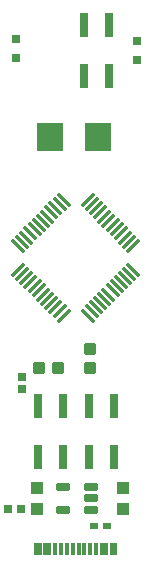
<source format=gbr>
%TF.GenerationSoftware,Altium Limited,Altium Designer,22.10.1 (41)*%
G04 Layer_Color=8421504*
%FSLAX45Y45*%
%MOMM*%
%TF.SameCoordinates,F1D13F34-3715-448E-B12D-83C564530F5A*%
%TF.FilePolarity,Positive*%
%TF.FileFunction,Paste,Top*%
%TF.Part,Single*%
G01*
G75*
%TA.AperFunction,SMDPad,CuDef*%
%ADD11R,2.20000X2.40000*%
G04:AMPARAMS|DCode=12|XSize=0.67mm|YSize=1.17mm|CornerRadius=0.0402mm|HoleSize=0mm|Usage=FLASHONLY|Rotation=90.000|XOffset=0mm|YOffset=0mm|HoleType=Round|Shape=RoundedRectangle|*
%AMROUNDEDRECTD12*
21,1,0.67000,1.08960,0,0,90.0*
21,1,0.58960,1.17000,0,0,90.0*
1,1,0.08040,0.54480,0.29480*
1,1,0.08040,0.54480,-0.29480*
1,1,0.08040,-0.54480,-0.29480*
1,1,0.08040,-0.54480,0.29480*
%
%ADD12ROUNDEDRECTD12*%
%TA.AperFunction,ConnectorPad*%
%ADD13R,0.30000X1.14000*%
%TA.AperFunction,SMDPad,CuDef*%
%ADD14R,0.70000X0.50000*%
%ADD15R,0.80000X0.80000*%
G04:AMPARAMS|DCode=16|XSize=1.49mm|YSize=0.28mm|CornerRadius=0.035mm|HoleSize=0mm|Usage=FLASHONLY|Rotation=315.000|XOffset=0mm|YOffset=0mm|HoleType=Round|Shape=RoundedRectangle|*
%AMROUNDEDRECTD16*
21,1,1.49000,0.21000,0,0,315.0*
21,1,1.42000,0.28000,0,0,315.0*
1,1,0.07000,0.42780,-0.57629*
1,1,0.07000,-0.57629,0.42780*
1,1,0.07000,-0.42780,0.57629*
1,1,0.07000,0.57629,-0.42780*
%
%ADD16ROUNDEDRECTD16*%
G04:AMPARAMS|DCode=17|XSize=1.49mm|YSize=0.28mm|CornerRadius=0.035mm|HoleSize=0mm|Usage=FLASHONLY|Rotation=45.000|XOffset=0mm|YOffset=0mm|HoleType=Round|Shape=RoundedRectangle|*
%AMROUNDEDRECTD17*
21,1,1.49000,0.21000,0,0,45.0*
21,1,1.42000,0.28000,0,0,45.0*
1,1,0.07000,0.57629,0.42780*
1,1,0.07000,-0.42780,-0.57629*
1,1,0.07000,-0.57629,-0.42780*
1,1,0.07000,0.42780,0.57629*
%
%ADD17ROUNDEDRECTD17*%
G04:AMPARAMS|DCode=18|XSize=0.94mm|YSize=1.02mm|CornerRadius=0.094mm|HoleSize=0mm|Usage=FLASHONLY|Rotation=0.000|XOffset=0mm|YOffset=0mm|HoleType=Round|Shape=RoundedRectangle|*
%AMROUNDEDRECTD18*
21,1,0.94000,0.83200,0,0,0.0*
21,1,0.75200,1.02000,0,0,0.0*
1,1,0.18800,0.37600,-0.41600*
1,1,0.18800,-0.37600,-0.41600*
1,1,0.18800,-0.37600,0.41600*
1,1,0.18800,0.37600,0.41600*
%
%ADD18ROUNDEDRECTD18*%
G04:AMPARAMS|DCode=19|XSize=0.94mm|YSize=1.02mm|CornerRadius=0.094mm|HoleSize=0mm|Usage=FLASHONLY|Rotation=90.000|XOffset=0mm|YOffset=0mm|HoleType=Round|Shape=RoundedRectangle|*
%AMROUNDEDRECTD19*
21,1,0.94000,0.83200,0,0,90.0*
21,1,0.75200,1.02000,0,0,90.0*
1,1,0.18800,0.41600,0.37600*
1,1,0.18800,0.41600,-0.37600*
1,1,0.18800,-0.41600,-0.37600*
1,1,0.18800,-0.41600,0.37600*
%
%ADD19ROUNDEDRECTD19*%
%ADD20R,1.00000X1.10000*%
%ADD21R,0.65000X2.00000*%
D11*
X4199698Y5467099D02*
D03*
X3799698D02*
D03*
D12*
X4146500Y2312000D02*
D03*
Y2406000D02*
D03*
Y2500000D02*
D03*
X3902500D02*
D03*
Y2312000D02*
D03*
D13*
X3938200Y1980600D02*
D03*
X3888200D02*
D03*
X3988200D02*
D03*
X4348200D02*
D03*
X4318200D02*
D03*
X4268200D02*
D03*
X4238200D02*
D03*
X4188200D02*
D03*
X4138200D02*
D03*
X4088200D02*
D03*
X4038200D02*
D03*
X3678200D02*
D03*
X3708200D02*
D03*
X3758200D02*
D03*
X3788200D02*
D03*
X3838200D02*
D03*
D14*
X4280900Y2176200D02*
D03*
X4170900D02*
D03*
D15*
X3547500Y2315000D02*
D03*
X3557500Y3437500D02*
D03*
X3442500Y2315000D02*
D03*
X3504425Y6132249D02*
D03*
Y6297249D02*
D03*
X4536923Y6117250D02*
D03*
Y6282250D02*
D03*
X3557500Y3335000D02*
D03*
D16*
X3700981Y4721433D02*
D03*
X3559560Y4580012D02*
D03*
X3594915Y4615367D02*
D03*
X3630271Y4650722D02*
D03*
X3665626Y4686078D02*
D03*
X3736337Y4756789D02*
D03*
X3771692Y4792144D02*
D03*
X3807048Y4827499D02*
D03*
X3842403Y4862854D02*
D03*
X3877758Y4898210D02*
D03*
X3913113Y4933565D02*
D03*
X3524205Y4544656D02*
D03*
X4113932Y3954930D02*
D03*
X4149287Y3990285D02*
D03*
X4184642Y4025640D02*
D03*
X4219998Y4060995D02*
D03*
X4255353Y4096351D02*
D03*
X4290708Y4131706D02*
D03*
X4326064Y4167062D02*
D03*
X4361419Y4202417D02*
D03*
X4396774Y4237772D02*
D03*
X4432130Y4273128D02*
D03*
X4467485Y4308483D02*
D03*
X4502840Y4343838D02*
D03*
D17*
X3524205D02*
D03*
X4113932Y4933565D02*
D03*
X3559560Y4308483D02*
D03*
X4149287Y4898210D02*
D03*
X3594915Y4273128D02*
D03*
X3630271Y4237772D02*
D03*
X3665626Y4202417D02*
D03*
X3700981Y4167062D02*
D03*
X3736337Y4131706D02*
D03*
X3913113Y3954930D02*
D03*
X3877758Y3990285D02*
D03*
X3842403Y4025640D02*
D03*
X3807048Y4060995D02*
D03*
X3771692Y4096351D02*
D03*
X4184642Y4862854D02*
D03*
X4219998Y4827499D02*
D03*
X4255353Y4792144D02*
D03*
X4290708Y4756789D02*
D03*
X4326064Y4721433D02*
D03*
X4396774Y4650722D02*
D03*
X4432130Y4615367D02*
D03*
X4467485Y4580012D02*
D03*
X4502840Y4544656D02*
D03*
X4361419Y4686078D02*
D03*
D18*
X3706002Y3510002D02*
D03*
X3864002D02*
D03*
D19*
X4135998D02*
D03*
Y3668002D02*
D03*
D20*
X4417700Y2490700D02*
D03*
Y2320700D02*
D03*
X3685200Y2490700D02*
D03*
Y2320700D02*
D03*
D21*
X4084600Y5979700D02*
D03*
X4299600D02*
D03*
X4300000Y6412501D02*
D03*
X4085000D02*
D03*
X4124599Y2759701D02*
D03*
X4339599D02*
D03*
X4339999Y3192501D02*
D03*
X4124999D02*
D03*
X3694602Y2759701D02*
D03*
X3909602D02*
D03*
X3910002Y3192501D02*
D03*
X3695002D02*
D03*
%TF.MD5,1ac66184bdf3a5ac3a78444796f87ced*%
M02*

</source>
